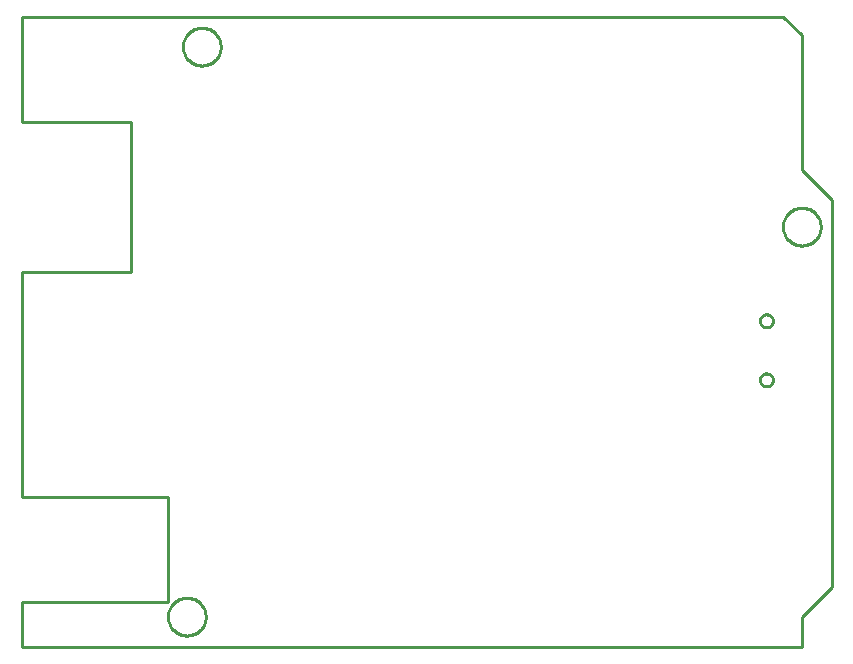
<source format=gbr>
G04 EAGLE Gerber RS-274X export*
G75*
%MOMM*%
%FSLAX34Y34*%
%LPD*%
%IN*%
%IPPOS*%
%AMOC8*
5,1,8,0,0,1.08239X$1,22.5*%
G01*
%ADD10C,0.254000*%


D10*
X0Y0D02*
X660400Y0D01*
X660400Y25400D01*
X685800Y50800D01*
X685800Y377825D01*
X660400Y403225D01*
X660400Y517525D01*
X644525Y533400D01*
X0Y533400D01*
X0Y444500D01*
X92075Y444500D01*
X92075Y317500D01*
X0Y317500D01*
X0Y127000D01*
X123825Y127000D01*
X123825Y38100D01*
X0Y38100D01*
X0Y0D01*
X168400Y507476D02*
X168332Y506431D01*
X168195Y505392D01*
X167990Y504365D01*
X167719Y503353D01*
X167383Y502361D01*
X166982Y501393D01*
X166518Y500454D01*
X165995Y499546D01*
X165413Y498675D01*
X164775Y497844D01*
X164084Y497057D01*
X163343Y496316D01*
X162556Y495625D01*
X161725Y494988D01*
X160854Y494406D01*
X159946Y493882D01*
X159007Y493418D01*
X158039Y493017D01*
X157047Y492681D01*
X156035Y492410D01*
X155008Y492205D01*
X153969Y492069D01*
X152924Y492000D01*
X151876Y492000D01*
X150831Y492069D01*
X149792Y492205D01*
X148765Y492410D01*
X147753Y492681D01*
X146761Y493017D01*
X145793Y493418D01*
X144854Y493882D01*
X143946Y494406D01*
X143075Y494988D01*
X142244Y495625D01*
X141457Y496316D01*
X140716Y497057D01*
X140025Y497844D01*
X139388Y498675D01*
X138806Y499546D01*
X138282Y500454D01*
X137818Y501393D01*
X137417Y502361D01*
X137081Y503353D01*
X136810Y504365D01*
X136605Y505392D01*
X136469Y506431D01*
X136400Y507476D01*
X136400Y508524D01*
X136469Y509569D01*
X136605Y510608D01*
X136810Y511635D01*
X137081Y512647D01*
X137417Y513639D01*
X137818Y514607D01*
X138282Y515546D01*
X138806Y516454D01*
X139388Y517325D01*
X140025Y518156D01*
X140716Y518943D01*
X141457Y519684D01*
X142244Y520375D01*
X143075Y521013D01*
X143946Y521595D01*
X144854Y522118D01*
X145793Y522582D01*
X146761Y522983D01*
X147753Y523319D01*
X148765Y523590D01*
X149792Y523795D01*
X150831Y523932D01*
X151876Y524000D01*
X152924Y524000D01*
X153969Y523932D01*
X155008Y523795D01*
X156035Y523590D01*
X157047Y523319D01*
X158039Y522983D01*
X159007Y522582D01*
X159946Y522118D01*
X160854Y521595D01*
X161725Y521013D01*
X162556Y520375D01*
X163343Y519684D01*
X164084Y518943D01*
X164775Y518156D01*
X165413Y517325D01*
X165995Y516454D01*
X166518Y515546D01*
X166982Y514607D01*
X167383Y513639D01*
X167719Y512647D01*
X167990Y511635D01*
X168195Y510608D01*
X168332Y509569D01*
X168400Y508524D01*
X168400Y507476D01*
X676400Y355076D02*
X676332Y354031D01*
X676195Y352992D01*
X675990Y351965D01*
X675719Y350953D01*
X675383Y349961D01*
X674982Y348993D01*
X674518Y348054D01*
X673995Y347146D01*
X673413Y346275D01*
X672775Y345444D01*
X672084Y344657D01*
X671343Y343916D01*
X670556Y343225D01*
X669725Y342588D01*
X668854Y342006D01*
X667946Y341482D01*
X667007Y341018D01*
X666039Y340617D01*
X665047Y340281D01*
X664035Y340010D01*
X663008Y339805D01*
X661969Y339669D01*
X660924Y339600D01*
X659876Y339600D01*
X658831Y339669D01*
X657792Y339805D01*
X656765Y340010D01*
X655753Y340281D01*
X654761Y340617D01*
X653793Y341018D01*
X652854Y341482D01*
X651946Y342006D01*
X651075Y342588D01*
X650244Y343225D01*
X649457Y343916D01*
X648716Y344657D01*
X648025Y345444D01*
X647388Y346275D01*
X646806Y347146D01*
X646282Y348054D01*
X645818Y348993D01*
X645417Y349961D01*
X645081Y350953D01*
X644810Y351965D01*
X644605Y352992D01*
X644469Y354031D01*
X644400Y355076D01*
X644400Y356124D01*
X644469Y357169D01*
X644605Y358208D01*
X644810Y359235D01*
X645081Y360247D01*
X645417Y361239D01*
X645818Y362207D01*
X646282Y363146D01*
X646806Y364054D01*
X647388Y364925D01*
X648025Y365756D01*
X648716Y366543D01*
X649457Y367284D01*
X650244Y367975D01*
X651075Y368613D01*
X651946Y369195D01*
X652854Y369718D01*
X653793Y370182D01*
X654761Y370583D01*
X655753Y370919D01*
X656765Y371190D01*
X657792Y371395D01*
X658831Y371532D01*
X659876Y371600D01*
X660924Y371600D01*
X661969Y371532D01*
X663008Y371395D01*
X664035Y371190D01*
X665047Y370919D01*
X666039Y370583D01*
X667007Y370182D01*
X667946Y369718D01*
X668854Y369195D01*
X669725Y368613D01*
X670556Y367975D01*
X671343Y367284D01*
X672084Y366543D01*
X672775Y365756D01*
X673413Y364925D01*
X673995Y364054D01*
X674518Y363146D01*
X674982Y362207D01*
X675383Y361239D01*
X675719Y360247D01*
X675990Y359235D01*
X676195Y358208D01*
X676332Y357169D01*
X676400Y356124D01*
X676400Y355076D01*
X155700Y24876D02*
X155632Y23831D01*
X155495Y22792D01*
X155290Y21765D01*
X155019Y20753D01*
X154683Y19761D01*
X154282Y18793D01*
X153818Y17854D01*
X153295Y16946D01*
X152713Y16075D01*
X152075Y15244D01*
X151384Y14457D01*
X150643Y13716D01*
X149856Y13025D01*
X149025Y12388D01*
X148154Y11806D01*
X147246Y11282D01*
X146307Y10818D01*
X145339Y10417D01*
X144347Y10081D01*
X143335Y9810D01*
X142308Y9605D01*
X141269Y9469D01*
X140224Y9400D01*
X139176Y9400D01*
X138131Y9469D01*
X137092Y9605D01*
X136065Y9810D01*
X135053Y10081D01*
X134061Y10417D01*
X133093Y10818D01*
X132154Y11282D01*
X131246Y11806D01*
X130375Y12388D01*
X129544Y13025D01*
X128757Y13716D01*
X128016Y14457D01*
X127325Y15244D01*
X126688Y16075D01*
X126106Y16946D01*
X125582Y17854D01*
X125118Y18793D01*
X124717Y19761D01*
X124381Y20753D01*
X124110Y21765D01*
X123905Y22792D01*
X123769Y23831D01*
X123700Y24876D01*
X123700Y25924D01*
X123769Y26969D01*
X123905Y28008D01*
X124110Y29035D01*
X124381Y30047D01*
X124717Y31039D01*
X125118Y32007D01*
X125582Y32946D01*
X126106Y33854D01*
X126688Y34725D01*
X127325Y35556D01*
X128016Y36343D01*
X128757Y37084D01*
X129544Y37775D01*
X130375Y38413D01*
X131246Y38995D01*
X132154Y39518D01*
X133093Y39982D01*
X134061Y40383D01*
X135053Y40719D01*
X136065Y40990D01*
X137092Y41195D01*
X138131Y41332D01*
X139176Y41400D01*
X140224Y41400D01*
X141269Y41332D01*
X142308Y41195D01*
X143335Y40990D01*
X144347Y40719D01*
X145339Y40383D01*
X146307Y39982D01*
X147246Y39518D01*
X148154Y38995D01*
X149025Y38413D01*
X149856Y37775D01*
X150643Y37084D01*
X151384Y36343D01*
X152075Y35556D01*
X152713Y34725D01*
X153295Y33854D01*
X153818Y32946D01*
X154282Y32007D01*
X154683Y31039D01*
X155019Y30047D01*
X155290Y29035D01*
X155495Y28008D01*
X155632Y26969D01*
X155700Y25924D01*
X155700Y24876D01*
X630091Y270325D02*
X629477Y270394D01*
X628875Y270532D01*
X628292Y270736D01*
X627735Y271004D01*
X627212Y271332D01*
X626729Y271718D01*
X626293Y272154D01*
X625907Y272637D01*
X625579Y273160D01*
X625311Y273717D01*
X625107Y274300D01*
X624969Y274902D01*
X624900Y275516D01*
X624900Y276134D01*
X624969Y276748D01*
X625107Y277350D01*
X625311Y277933D01*
X625579Y278490D01*
X625907Y279013D01*
X626293Y279496D01*
X626729Y279933D01*
X627212Y280318D01*
X627735Y280646D01*
X628292Y280914D01*
X628875Y281118D01*
X629477Y281256D01*
X630091Y281325D01*
X630709Y281325D01*
X631323Y281256D01*
X631925Y281118D01*
X632508Y280914D01*
X633065Y280646D01*
X633588Y280318D01*
X634071Y279933D01*
X634508Y279496D01*
X634893Y279013D01*
X635221Y278490D01*
X635489Y277933D01*
X635693Y277350D01*
X635831Y276748D01*
X635900Y276134D01*
X635900Y275516D01*
X635831Y274902D01*
X635693Y274300D01*
X635489Y273717D01*
X635221Y273160D01*
X634893Y272637D01*
X634508Y272154D01*
X634071Y271718D01*
X633588Y271332D01*
X633065Y271004D01*
X632508Y270736D01*
X631925Y270532D01*
X631323Y270394D01*
X630709Y270325D01*
X630091Y270325D01*
X630091Y220325D02*
X629477Y220394D01*
X628875Y220532D01*
X628292Y220736D01*
X627735Y221004D01*
X627212Y221332D01*
X626729Y221718D01*
X626293Y222154D01*
X625907Y222637D01*
X625579Y223160D01*
X625311Y223717D01*
X625107Y224300D01*
X624969Y224902D01*
X624900Y225516D01*
X624900Y226134D01*
X624969Y226748D01*
X625107Y227350D01*
X625311Y227933D01*
X625579Y228490D01*
X625907Y229013D01*
X626293Y229496D01*
X626729Y229933D01*
X627212Y230318D01*
X627735Y230646D01*
X628292Y230914D01*
X628875Y231118D01*
X629477Y231256D01*
X630091Y231325D01*
X630709Y231325D01*
X631323Y231256D01*
X631925Y231118D01*
X632508Y230914D01*
X633065Y230646D01*
X633588Y230318D01*
X634071Y229933D01*
X634508Y229496D01*
X634893Y229013D01*
X635221Y228490D01*
X635489Y227933D01*
X635693Y227350D01*
X635831Y226748D01*
X635900Y226134D01*
X635900Y225516D01*
X635831Y224902D01*
X635693Y224300D01*
X635489Y223717D01*
X635221Y223160D01*
X634893Y222637D01*
X634508Y222154D01*
X634071Y221718D01*
X633588Y221332D01*
X633065Y221004D01*
X632508Y220736D01*
X631925Y220532D01*
X631323Y220394D01*
X630709Y220325D01*
X630091Y220325D01*
M02*

</source>
